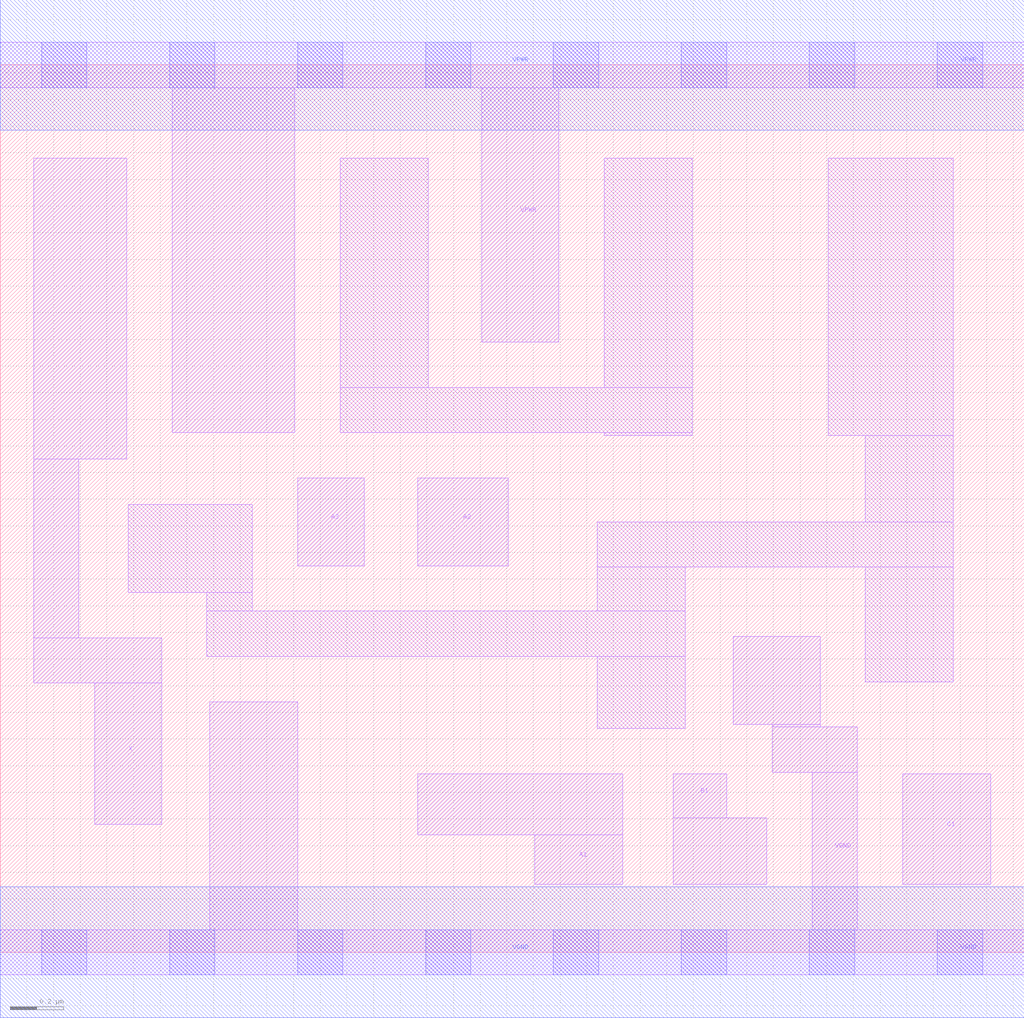
<source format=lef>
# Copyright 2020 The SkyWater PDK Authors
#
# Licensed under the Apache License, Version 2.0 (the "License");
# you may not use this file except in compliance with the License.
# You may obtain a copy of the License at
#
#     https://www.apache.org/licenses/LICENSE-2.0
#
# Unless required by applicable law or agreed to in writing, software
# distributed under the License is distributed on an "AS IS" BASIS,
# WITHOUT WARRANTIES OR CONDITIONS OF ANY KIND, either express or implied.
# See the License for the specific language governing permissions and
# limitations under the License.
#
# SPDX-License-Identifier: Apache-2.0

VERSION 5.7 ;
  NAMESCASESENSITIVE ON ;
  NOWIREEXTENSIONATPIN ON ;
  DIVIDERCHAR "/" ;
  BUSBITCHARS "[]" ;
UNITS
  DATABASE MICRONS 200 ;
END UNITS
MACRO sky130_fd_sc_ms__a311o_1
  CLASS CORE ;
  SOURCE USER ;
  FOREIGN sky130_fd_sc_ms__a311o_1 ;
  ORIGIN  0.000000  0.000000 ;
  SIZE  3.840000 BY  3.330000 ;
  SYMMETRY X Y ;
  SITE unit ;
  PIN A1
    ANTENNAGATEAREA  0.276000 ;
    DIRECTION INPUT ;
    USE SIGNAL ;
    PORT
      LAYER li1 ;
        RECT 1.565000 0.440000 2.335000 0.670000 ;
        RECT 2.005000 0.255000 2.335000 0.440000 ;
    END
  END A1
  PIN A2
    ANTENNAGATEAREA  0.276000 ;
    DIRECTION INPUT ;
    USE SIGNAL ;
    PORT
      LAYER li1 ;
        RECT 1.565000 1.450000 1.905000 1.780000 ;
    END
  END A2
  PIN A3
    ANTENNAGATEAREA  0.276000 ;
    DIRECTION INPUT ;
    USE SIGNAL ;
    PORT
      LAYER li1 ;
        RECT 1.115000 1.450000 1.365000 1.780000 ;
    END
  END A3
  PIN B1
    ANTENNAGATEAREA  0.276000 ;
    DIRECTION INPUT ;
    USE SIGNAL ;
    PORT
      LAYER li1 ;
        RECT 2.525000 0.255000 2.875000 0.505000 ;
        RECT 2.525000 0.505000 2.725000 0.670000 ;
    END
  END B1
  PIN C1
    ANTENNAGATEAREA  0.276000 ;
    DIRECTION INPUT ;
    USE SIGNAL ;
    PORT
      LAYER li1 ;
        RECT 3.385000 0.255000 3.715000 0.670000 ;
    END
  END C1
  PIN X
    ANTENNADIFFAREA  0.487300 ;
    DIRECTION OUTPUT ;
    USE SIGNAL ;
    PORT
      LAYER li1 ;
        RECT 0.125000 1.010000 0.605000 1.180000 ;
        RECT 0.125000 1.180000 0.295000 1.850000 ;
        RECT 0.125000 1.850000 0.475000 2.980000 ;
        RECT 0.355000 0.480000 0.605000 1.010000 ;
    END
  END X
  PIN VGND
    DIRECTION INOUT ;
    USE GROUND ;
    PORT
      LAYER li1 ;
        RECT 0.000000 -0.085000 3.840000 0.085000 ;
        RECT 0.785000  0.085000 1.115000 0.940000 ;
        RECT 2.750000  0.855000 3.075000 1.185000 ;
        RECT 2.895000  0.675000 3.215000 0.845000 ;
        RECT 2.895000  0.845000 3.075000 0.855000 ;
        RECT 3.045000  0.085000 3.215000 0.675000 ;
      LAYER mcon ;
        RECT 0.155000 -0.085000 0.325000 0.085000 ;
        RECT 0.635000 -0.085000 0.805000 0.085000 ;
        RECT 1.115000 -0.085000 1.285000 0.085000 ;
        RECT 1.595000 -0.085000 1.765000 0.085000 ;
        RECT 2.075000 -0.085000 2.245000 0.085000 ;
        RECT 2.555000 -0.085000 2.725000 0.085000 ;
        RECT 3.035000 -0.085000 3.205000 0.085000 ;
        RECT 3.515000 -0.085000 3.685000 0.085000 ;
      LAYER met1 ;
        RECT 0.000000 -0.245000 3.840000 0.245000 ;
    END
  END VGND
  PIN VPWR
    DIRECTION INOUT ;
    USE POWER ;
    PORT
      LAYER li1 ;
        RECT 0.000000 3.245000 3.840000 3.415000 ;
        RECT 0.645000 1.950000 1.105000 3.245000 ;
        RECT 1.805000 2.290000 2.095000 3.245000 ;
      LAYER mcon ;
        RECT 0.155000 3.245000 0.325000 3.415000 ;
        RECT 0.635000 3.245000 0.805000 3.415000 ;
        RECT 1.115000 3.245000 1.285000 3.415000 ;
        RECT 1.595000 3.245000 1.765000 3.415000 ;
        RECT 2.075000 3.245000 2.245000 3.415000 ;
        RECT 2.555000 3.245000 2.725000 3.415000 ;
        RECT 3.035000 3.245000 3.205000 3.415000 ;
        RECT 3.515000 3.245000 3.685000 3.415000 ;
      LAYER met1 ;
        RECT 0.000000 3.085000 3.840000 3.575000 ;
    END
  END VPWR
  OBS
    LAYER li1 ;
      RECT 0.480000 1.350000 0.945000 1.680000 ;
      RECT 0.775000 1.110000 2.570000 1.280000 ;
      RECT 0.775000 1.280000 0.945000 1.350000 ;
      RECT 1.275000 1.950000 2.595000 2.120000 ;
      RECT 1.275000 2.120000 1.605000 2.980000 ;
      RECT 2.240000 0.840000 2.570000 1.110000 ;
      RECT 2.240000 1.280000 2.570000 1.445000 ;
      RECT 2.240000 1.445000 3.575000 1.615000 ;
      RECT 2.265000 1.940000 2.595000 1.950000 ;
      RECT 2.265000 2.120000 2.595000 2.980000 ;
      RECT 3.105000 1.940000 3.575000 2.980000 ;
      RECT 3.245000 1.015000 3.575000 1.445000 ;
      RECT 3.245000 1.615000 3.575000 1.940000 ;
  END
END sky130_fd_sc_ms__a311o_1

</source>
